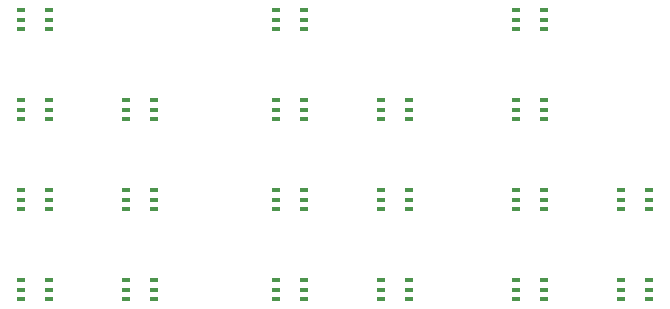
<source format=gbr>
G04 #@! TF.FileFunction,Paste,Bot*
%FSLAX46Y46*%
G04 Gerber Fmt 4.6, Leading zero omitted, Abs format (unit mm)*
G04 Created by KiCad (PCBNEW (2016-05-05 BZR 6775)-product) date Tuesday, July 05, 2016 'PMt' 09:19:01 PM*
%MOMM*%
%LPD*%
G01*
G04 APERTURE LIST*
%ADD10C,0.100000*%
%ADD11R,0.800000X0.450000*%
G04 APERTURE END LIST*
D10*
D11*
X157410000Y-140500000D03*
X157410000Y-139700000D03*
X157410000Y-138900000D03*
X155010000Y-140500000D03*
X155010000Y-139700000D03*
X155010000Y-138900000D03*
X157410000Y-132880000D03*
X157410000Y-132080000D03*
X157410000Y-131280000D03*
X155010000Y-132880000D03*
X155010000Y-132080000D03*
X155010000Y-131280000D03*
X157410000Y-125260000D03*
X157410000Y-124460000D03*
X157410000Y-123660000D03*
X155010000Y-125260000D03*
X155010000Y-124460000D03*
X155010000Y-123660000D03*
X157410000Y-117640000D03*
X157410000Y-116840000D03*
X157410000Y-116040000D03*
X155010000Y-117640000D03*
X155010000Y-116840000D03*
X155010000Y-116040000D03*
X166300000Y-140500000D03*
X166300000Y-139700000D03*
X166300000Y-138900000D03*
X163900000Y-140500000D03*
X163900000Y-139700000D03*
X163900000Y-138900000D03*
X166300000Y-132880000D03*
X166300000Y-132080000D03*
X166300000Y-131280000D03*
X163900000Y-132880000D03*
X163900000Y-132080000D03*
X163900000Y-131280000D03*
X137090000Y-140500000D03*
X137090000Y-139700000D03*
X137090000Y-138900000D03*
X134690000Y-140500000D03*
X134690000Y-139700000D03*
X134690000Y-138900000D03*
X137090000Y-132880000D03*
X137090000Y-132080000D03*
X137090000Y-131280000D03*
X134690000Y-132880000D03*
X134690000Y-132080000D03*
X134690000Y-131280000D03*
X137090000Y-125260000D03*
X137090000Y-124460000D03*
X137090000Y-123660000D03*
X134690000Y-125260000D03*
X134690000Y-124460000D03*
X134690000Y-123660000D03*
X145980000Y-140500000D03*
X145980000Y-139700000D03*
X145980000Y-138900000D03*
X143580000Y-140500000D03*
X143580000Y-139700000D03*
X143580000Y-138900000D03*
X145980000Y-132880000D03*
X145980000Y-132080000D03*
X145980000Y-131280000D03*
X143580000Y-132880000D03*
X143580000Y-132080000D03*
X143580000Y-131280000D03*
X145980000Y-125260000D03*
X145980000Y-124460000D03*
X145980000Y-123660000D03*
X143580000Y-125260000D03*
X143580000Y-124460000D03*
X143580000Y-123660000D03*
X115500000Y-140500000D03*
X115500000Y-139700000D03*
X115500000Y-138900000D03*
X113100000Y-140500000D03*
X113100000Y-139700000D03*
X113100000Y-138900000D03*
X115500000Y-132880000D03*
X115500000Y-132080000D03*
X115500000Y-131280000D03*
X113100000Y-132880000D03*
X113100000Y-132080000D03*
X113100000Y-131280000D03*
X115500000Y-125260000D03*
X115500000Y-124460000D03*
X115500000Y-123660000D03*
X113100000Y-125260000D03*
X113100000Y-124460000D03*
X113100000Y-123660000D03*
X115500000Y-117640000D03*
X115500000Y-116840000D03*
X115500000Y-116040000D03*
X113100000Y-117640000D03*
X113100000Y-116840000D03*
X113100000Y-116040000D03*
X124390000Y-140500000D03*
X124390000Y-139700000D03*
X124390000Y-138900000D03*
X121990000Y-140500000D03*
X121990000Y-139700000D03*
X121990000Y-138900000D03*
X124390000Y-132880000D03*
X124390000Y-132080000D03*
X124390000Y-131280000D03*
X121990000Y-132880000D03*
X121990000Y-132080000D03*
X121990000Y-131280000D03*
X124390000Y-125260000D03*
X124390000Y-124460000D03*
X124390000Y-123660000D03*
X121990000Y-125260000D03*
X121990000Y-124460000D03*
X121990000Y-123660000D03*
X137090000Y-117640000D03*
X137090000Y-116840000D03*
X137090000Y-116040000D03*
X134690000Y-117640000D03*
X134690000Y-116840000D03*
X134690000Y-116040000D03*
M02*

</source>
